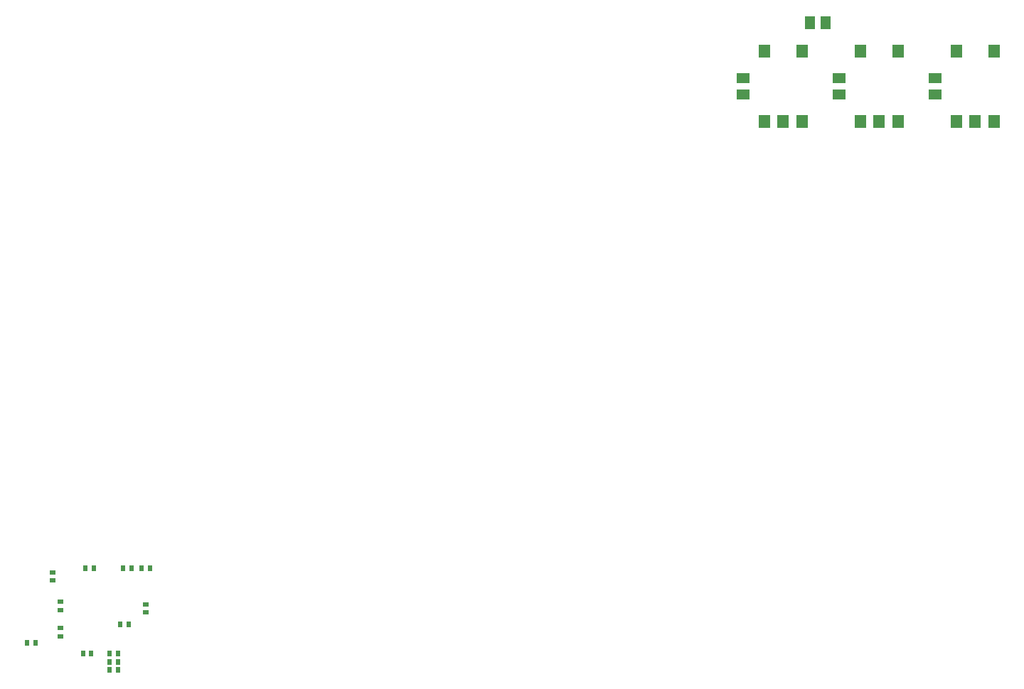
<source format=gbr>
G04 EAGLE Gerber RS-274X export*
G75*
%MOMM*%
%FSLAX34Y34*%
%LPD*%
%INSolderpaste Bottom*%
%IPPOS*%
%AMOC8*
5,1,8,0,0,1.08239X$1,22.5*%
G01*
%ADD10R,0.600000X0.700000*%
%ADD11R,0.700000X0.600000*%
%ADD12R,1.500000X1.300000*%
%ADD13R,1.300000X1.500000*%
%ADD14R,1.400000X1.600000*%


D10*
X280750Y441325D03*
X290750Y441325D03*
D11*
X250825Y401875D03*
X250825Y391875D03*
X250825Y370125D03*
X250825Y360125D03*
D10*
X277575Y339725D03*
X287575Y339725D03*
X309325Y339725D03*
X319325Y339725D03*
X347425Y441325D03*
X357425Y441325D03*
X210900Y352425D03*
X220900Y352425D03*
D12*
X1292225Y1025500D03*
X1292225Y1006500D03*
D11*
X241300Y426800D03*
X241300Y436800D03*
D10*
X332025Y374650D03*
X322025Y374650D03*
X325200Y441325D03*
X335200Y441325D03*
X319325Y320675D03*
X309325Y320675D03*
X319325Y330200D03*
X309325Y330200D03*
D13*
X1143025Y1092200D03*
X1162025Y1092200D03*
D12*
X1063625Y1025500D03*
X1063625Y1006500D03*
X1177925Y1025500D03*
X1177925Y1006500D03*
D14*
X1362350Y1058000D03*
X1362350Y974000D03*
X1339850Y974000D03*
X1317350Y974000D03*
X1317350Y1058000D03*
X1248050Y1058000D03*
X1248050Y974000D03*
X1225550Y974000D03*
X1203050Y974000D03*
X1203050Y1058000D03*
X1133750Y1058000D03*
X1133750Y974000D03*
X1111250Y974000D03*
X1088750Y974000D03*
X1088750Y1058000D03*
D11*
X352425Y388700D03*
X352425Y398700D03*
M02*

</source>
